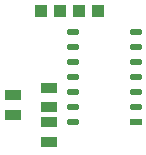
<source format=gtp>
G04*
G04 #@! TF.GenerationSoftware,Altium Limited,Altium Designer,21.6.4 (81)*
G04*
G04 Layer_Color=8421504*
%FSLAX25Y25*%
%MOIN*%
G70*
G04*
G04 #@! TF.SameCoordinates,6B608D9E-A8E0-47A2-ABE4-9162D6615288*
G04*
G04*
G04 #@! TF.FilePolarity,Positive*
G04*
G01*
G75*
%ADD15R,0.04134X0.01968*%
G04:AMPARAMS|DCode=16|XSize=41.34mil|YSize=19.68mil|CornerRadius=4.92mil|HoleSize=0mil|Usage=FLASHONLY|Rotation=180.000|XOffset=0mil|YOffset=0mil|HoleType=Round|Shape=RoundedRectangle|*
%AMROUNDEDRECTD16*
21,1,0.04134,0.00984,0,0,180.0*
21,1,0.03150,0.01968,0,0,180.0*
1,1,0.00984,-0.01575,0.00492*
1,1,0.00984,0.01575,0.00492*
1,1,0.00984,0.01575,-0.00492*
1,1,0.00984,-0.01575,-0.00492*
%
%ADD16ROUNDEDRECTD16*%
G04:AMPARAMS|DCode=17|XSize=55.12mil|YSize=35.43mil|CornerRadius=2.66mil|HoleSize=0mil|Usage=FLASHONLY|Rotation=0.000|XOffset=0mil|YOffset=0mil|HoleType=Round|Shape=RoundedRectangle|*
%AMROUNDEDRECTD17*
21,1,0.05512,0.03012,0,0,0.0*
21,1,0.04980,0.03543,0,0,0.0*
1,1,0.00532,0.02490,-0.01506*
1,1,0.00532,-0.02490,-0.01506*
1,1,0.00532,-0.02490,0.01506*
1,1,0.00532,0.02490,0.01506*
%
%ADD17ROUNDEDRECTD17*%
G04:AMPARAMS|DCode=18|XSize=43.31mil|YSize=39.37mil|CornerRadius=3.94mil|HoleSize=0mil|Usage=FLASHONLY|Rotation=270.000|XOffset=0mil|YOffset=0mil|HoleType=Round|Shape=RoundedRectangle|*
%AMROUNDEDRECTD18*
21,1,0.04331,0.03150,0,0,270.0*
21,1,0.03543,0.03937,0,0,270.0*
1,1,0.00787,-0.01575,-0.01772*
1,1,0.00787,-0.01575,0.01772*
1,1,0.00787,0.01575,0.01772*
1,1,0.00787,0.01575,-0.01772*
%
%ADD18ROUNDEDRECTD18*%
G04:AMPARAMS|DCode=19|XSize=43.31mil|YSize=39.37mil|CornerRadius=2.95mil|HoleSize=0mil|Usage=FLASHONLY|Rotation=90.000|XOffset=0mil|YOffset=0mil|HoleType=Round|Shape=RoundedRectangle|*
%AMROUNDEDRECTD19*
21,1,0.04331,0.03347,0,0,90.0*
21,1,0.03740,0.03937,0,0,90.0*
1,1,0.00591,0.01673,0.01870*
1,1,0.00591,0.01673,-0.01870*
1,1,0.00591,-0.01673,-0.01870*
1,1,0.00591,-0.01673,0.01870*
%
%ADD19ROUNDEDRECTD19*%
D15*
X68488Y85000D02*
D03*
D16*
Y90000D02*
D03*
Y95000D02*
D03*
Y100000D02*
D03*
Y105000D02*
D03*
Y110000D02*
D03*
Y115000D02*
D03*
X47228Y85000D02*
D03*
Y90000D02*
D03*
Y95000D02*
D03*
Y100000D02*
D03*
Y105000D02*
D03*
Y110000D02*
D03*
Y115000D02*
D03*
D17*
X27362Y94095D02*
D03*
Y87598D02*
D03*
X39433Y85000D02*
D03*
Y78504D02*
D03*
X39469Y89961D02*
D03*
Y96457D02*
D03*
D18*
X43150Y122000D02*
D03*
X36850D02*
D03*
D19*
X49500D02*
D03*
X55799D02*
D03*
M02*

</source>
